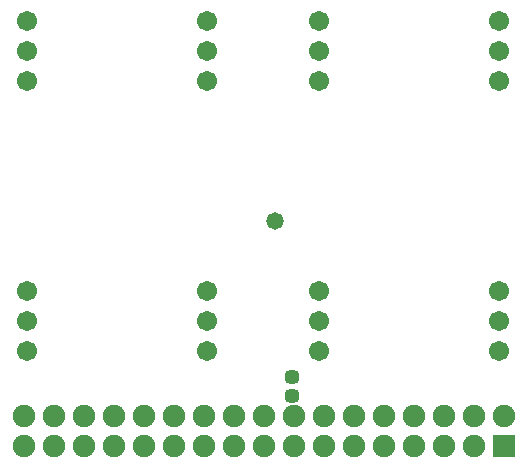
<source format=gbs>
G04*
G04 #@! TF.GenerationSoftware,Altium Limited,Altium Designer,21.2.2 (38)*
G04*
G04 Layer_Color=16711935*
%FSLAX44Y44*%
%MOMM*%
G71*
G04*
G04 #@! TF.SameCoordinates,F90950B5-CE6C-4725-8A59-E2001084E966*
G04*
G04*
G04 #@! TF.FilePolarity,Negative*
G04*
G01*
G75*
G04:AMPARAMS|DCode=14|XSize=1.1032mm|YSize=1.2032mm|CornerRadius=0.3266mm|HoleSize=0mm|Usage=FLASHONLY|Rotation=270.000|XOffset=0mm|YOffset=0mm|HoleType=Round|Shape=RoundedRectangle|*
%AMROUNDEDRECTD14*
21,1,1.1032,0.5500,0,0,270.0*
21,1,0.4500,1.2032,0,0,270.0*
1,1,0.6532,-0.2750,-0.2250*
1,1,0.6532,-0.2750,0.2250*
1,1,0.6532,0.2750,0.2250*
1,1,0.6532,0.2750,-0.2250*
%
%ADD14ROUNDEDRECTD14*%
%ADD18C,1.7032*%
%ADD19R,1.9032X1.9032*%
%ADD20C,1.9032*%
%ADD21C,1.4732*%
D14*
X525000Y317000D02*
D03*
Y333000D02*
D03*
D18*
X452400Y405800D02*
D03*
X300000D02*
D03*
X452400Y380400D02*
D03*
X300000D02*
D03*
X452400Y355000D02*
D03*
X300000D02*
D03*
X452400Y583600D02*
D03*
X300000D02*
D03*
X452400Y609000D02*
D03*
X300000D02*
D03*
X452400Y634400D02*
D03*
X300000D02*
D03*
X700000Y380400D02*
D03*
Y355000D02*
D03*
X547600Y634400D02*
D03*
X700000D02*
D03*
X547600Y609000D02*
D03*
X700000D02*
D03*
X547600Y583600D02*
D03*
X700000D02*
D03*
X547600Y355000D02*
D03*
Y380400D02*
D03*
Y405800D02*
D03*
X700000D02*
D03*
D19*
X703972Y275000D02*
D03*
D20*
Y300400D02*
D03*
X678572Y275000D02*
D03*
Y300400D02*
D03*
X653172Y275000D02*
D03*
Y300400D02*
D03*
X627772D02*
D03*
Y275000D02*
D03*
X602372Y300400D02*
D03*
Y275000D02*
D03*
X500772D02*
D03*
Y300400D02*
D03*
X526172Y275000D02*
D03*
Y300400D02*
D03*
X551572D02*
D03*
Y275000D02*
D03*
X576972Y300400D02*
D03*
Y275000D02*
D03*
X399172D02*
D03*
Y300400D02*
D03*
X424572Y275000D02*
D03*
Y300400D02*
D03*
X449972D02*
D03*
Y275000D02*
D03*
X475372Y300400D02*
D03*
Y275000D02*
D03*
X322972D02*
D03*
Y300400D02*
D03*
X348372D02*
D03*
Y275000D02*
D03*
X373772Y300400D02*
D03*
Y275000D02*
D03*
X297572Y300400D02*
D03*
Y275000D02*
D03*
D21*
X510000Y465000D02*
D03*
M02*

</source>
